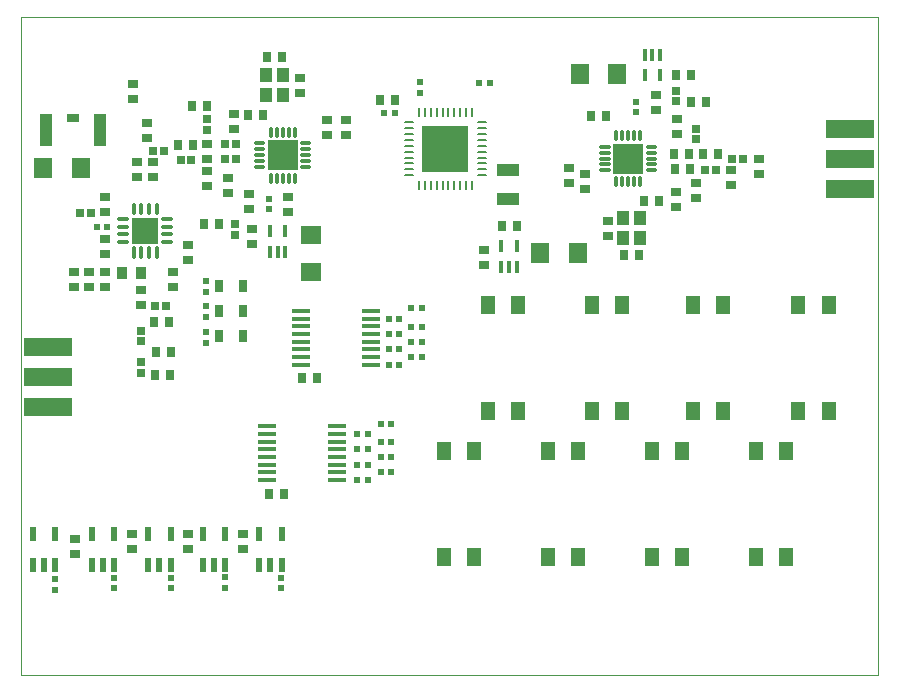
<source format=gtp>
G75*
G70*
%OFA0B0*%
%FSLAX24Y24*%
%IPPOS*%
%LPD*%
%AMOC8*
5,1,8,0,0,1.08239X$1,22.5*
%
%ADD10C,0.0000*%
%ADD11R,0.1575X0.1575*%
%ADD12C,0.0080*%
%ADD13C,0.0118*%
%ADD14R,0.0984X0.0984*%
%ADD15R,0.0157X0.0394*%
%ADD16R,0.0370X0.0250*%
%ADD17R,0.0250X0.0370*%
%ADD18R,0.0276X0.0256*%
%ADD19R,0.0600X0.0700*%
%ADD20R,0.0700X0.0600*%
%ADD21R,0.0236X0.0236*%
%ADD22R,0.0394X0.0472*%
%ADD23R,0.0256X0.0276*%
%ADD24R,0.1600X0.0600*%
%ADD25C,0.0138*%
%ADD26R,0.0886X0.0886*%
%ADD27R,0.0394X0.1102*%
%ADD28R,0.0394X0.0315*%
%ADD29R,0.0374X0.0394*%
%ADD30R,0.0630X0.0157*%
%ADD31R,0.0748X0.0433*%
%ADD32R,0.0315X0.0394*%
%ADD33R,0.0217X0.0472*%
%ADD34R,0.0512X0.0591*%
D10*
X000508Y000468D02*
X000508Y022398D01*
X029060Y022398D01*
X029060Y000468D01*
X000508Y000468D01*
D11*
X014643Y017997D03*
D12*
X015730Y018095D02*
X016000Y018095D01*
X016000Y018292D02*
X015730Y018292D01*
X015730Y018489D02*
X016000Y018489D01*
X016000Y018686D02*
X015730Y018686D01*
X015730Y018882D02*
X016000Y018882D01*
X015529Y019084D02*
X015529Y019354D01*
X015332Y019354D02*
X015332Y019084D01*
X015135Y019084D02*
X015135Y019354D01*
X014938Y019354D02*
X014938Y019084D01*
X014741Y019084D02*
X014741Y019354D01*
X014544Y019354D02*
X014544Y019084D01*
X014348Y019084D02*
X014348Y019354D01*
X014151Y019354D02*
X014151Y019084D01*
X013954Y019084D02*
X013954Y019354D01*
X013757Y019354D02*
X013757Y019084D01*
X013556Y018882D02*
X013286Y018882D01*
X013286Y018686D02*
X013556Y018686D01*
X013556Y018489D02*
X013286Y018489D01*
X013286Y018292D02*
X013556Y018292D01*
X013556Y018095D02*
X013286Y018095D01*
X013286Y017898D02*
X013556Y017898D01*
X013556Y017701D02*
X013286Y017701D01*
X013286Y017504D02*
X013556Y017504D01*
X013556Y017308D02*
X013286Y017308D01*
X013286Y017111D02*
X013556Y017111D01*
X013757Y016909D02*
X013757Y016639D01*
X013954Y016639D02*
X013954Y016909D01*
X014151Y016909D02*
X014151Y016639D01*
X014348Y016639D02*
X014348Y016909D01*
X014544Y016909D02*
X014544Y016639D01*
X014741Y016639D02*
X014741Y016909D01*
X014938Y016909D02*
X014938Y016639D01*
X015135Y016639D02*
X015135Y016909D01*
X015332Y016909D02*
X015332Y016639D01*
X015529Y016639D02*
X015529Y016909D01*
X015730Y017111D02*
X016000Y017111D01*
X016000Y017308D02*
X015730Y017308D01*
X015730Y017504D02*
X016000Y017504D01*
X016000Y017701D02*
X015730Y017701D01*
X015730Y017898D02*
X016000Y017898D01*
D13*
X019843Y017865D02*
X020079Y017865D01*
X020079Y018061D02*
X019843Y018061D01*
X019843Y017668D02*
X020079Y017668D01*
X020079Y017471D02*
X019843Y017471D01*
X019843Y017274D02*
X020079Y017274D01*
X020335Y017018D02*
X020335Y016782D01*
X020531Y016782D02*
X020531Y017018D01*
X020728Y017018D02*
X020728Y016782D01*
X020925Y016782D02*
X020925Y017018D01*
X021122Y017018D02*
X021122Y016782D01*
X021378Y017274D02*
X021614Y017274D01*
X021614Y017471D02*
X021378Y017471D01*
X021378Y017668D02*
X021614Y017668D01*
X021614Y017865D02*
X021378Y017865D01*
X021378Y018061D02*
X021614Y018061D01*
X021122Y018317D02*
X021122Y018553D01*
X020925Y018553D02*
X020925Y018317D01*
X020728Y018317D02*
X020728Y018553D01*
X020531Y018553D02*
X020531Y018317D01*
X020335Y018317D02*
X020335Y018553D01*
X010110Y018171D02*
X009874Y018171D01*
X009874Y017974D02*
X010110Y017974D01*
X010110Y017778D02*
X009874Y017778D01*
X009874Y017581D02*
X010110Y017581D01*
X010110Y017384D02*
X009874Y017384D01*
X009618Y017128D02*
X009618Y016892D01*
X009422Y016892D02*
X009422Y017128D01*
X009225Y017128D02*
X009225Y016892D01*
X009028Y016892D02*
X009028Y017128D01*
X008831Y017128D02*
X008831Y016892D01*
X008575Y017384D02*
X008339Y017384D01*
X008339Y017581D02*
X008575Y017581D01*
X008575Y017778D02*
X008339Y017778D01*
X008339Y017974D02*
X008575Y017974D01*
X008575Y018171D02*
X008339Y018171D01*
X008831Y018427D02*
X008831Y018663D01*
X009028Y018663D02*
X009028Y018427D01*
X009225Y018427D02*
X009225Y018663D01*
X009422Y018663D02*
X009422Y018427D01*
X009618Y018427D02*
X009618Y018663D01*
D14*
X009225Y017778D03*
X020728Y017668D03*
D15*
X021281Y020437D03*
X021792Y020437D03*
X021792Y021126D03*
X021537Y021126D03*
X021281Y021126D03*
X017019Y014745D03*
X016508Y014745D03*
X016508Y014056D03*
X016763Y014056D03*
X017019Y014056D03*
X009308Y014568D03*
X009052Y014568D03*
X008797Y014568D03*
X008797Y015257D03*
X009308Y015257D03*
D16*
X009378Y015898D03*
X009378Y016398D03*
X008088Y016498D03*
X008088Y015998D03*
X008208Y015318D03*
X008208Y014818D03*
X007408Y016518D03*
X006698Y016738D03*
X006698Y017238D03*
X006708Y017658D03*
X006708Y018158D03*
X007608Y018658D03*
X007608Y019158D03*
X009808Y019858D03*
X009808Y020358D03*
X010688Y018938D03*
X010688Y018438D03*
X011328Y018438D03*
X011328Y018938D03*
X007408Y017018D03*
X004908Y017058D03*
X004908Y017558D03*
X004348Y017558D03*
X004348Y017058D03*
X003288Y016378D03*
X003288Y015878D03*
X003308Y014998D03*
X003308Y014498D03*
X003288Y013878D03*
X003288Y013378D03*
X002768Y013378D03*
X002768Y013878D03*
X002248Y013878D03*
X002248Y013378D03*
X004508Y013278D03*
X004508Y012778D03*
X005568Y013378D03*
X005568Y013878D03*
X006068Y014298D03*
X006068Y014798D03*
X004678Y018348D03*
X004678Y018848D03*
X004228Y019658D03*
X004228Y020158D03*
X015928Y014618D03*
X015928Y014118D03*
X018768Y016838D03*
X018768Y017338D03*
X019288Y017138D03*
X019288Y016638D03*
X020058Y015598D03*
X020058Y015098D03*
X022328Y016038D03*
X022328Y016538D03*
X022985Y016366D03*
X022985Y016866D03*
X024158Y016778D03*
X024158Y017278D03*
X025078Y017138D03*
X025078Y017638D03*
X022368Y018478D03*
X022368Y018978D03*
X021668Y019288D03*
X021668Y019788D03*
X007878Y005158D03*
X007878Y004658D03*
X006048Y004658D03*
X006048Y005158D03*
X004188Y005158D03*
X004188Y004658D03*
X002298Y004498D03*
X002298Y004998D03*
D17*
X008748Y006488D03*
X009248Y006488D03*
X009868Y010368D03*
X010368Y010368D03*
X005458Y010468D03*
X004958Y010468D03*
X004978Y011228D03*
X005478Y011228D03*
X005438Y012228D03*
X004938Y012228D03*
X006598Y015488D03*
X007098Y015488D03*
X006218Y018128D03*
X005718Y018128D03*
X006198Y019418D03*
X006698Y019418D03*
X008058Y019128D03*
X008558Y019128D03*
X008678Y021048D03*
X009178Y021048D03*
X012458Y019608D03*
X012958Y019608D03*
X016518Y015408D03*
X017018Y015408D03*
X020608Y014448D03*
X021108Y014448D03*
X021258Y016258D03*
X021758Y016258D03*
X022282Y017309D03*
X022782Y017309D03*
X022774Y017821D03*
X022274Y017821D03*
X023214Y017817D03*
X023714Y017817D03*
X023318Y019558D03*
X022818Y019558D03*
X022838Y020448D03*
X022338Y020448D03*
X019978Y019088D03*
X019478Y019088D03*
D18*
X022338Y019571D03*
X022338Y019925D03*
X022989Y018667D03*
X022989Y018313D03*
X007628Y015485D03*
X007628Y015131D03*
X004508Y011925D03*
X004508Y011571D03*
X004508Y010885D03*
X004508Y010531D03*
X006688Y018621D03*
X006688Y018975D03*
D19*
X002493Y017348D03*
X001243Y017348D03*
X017802Y014510D03*
X019052Y014510D03*
X019121Y020479D03*
X020371Y020479D03*
D20*
X010148Y015131D03*
X010148Y013881D03*
D21*
X008748Y015971D03*
X008748Y016325D03*
X006668Y013585D03*
X006668Y013231D03*
X006668Y012745D03*
X006668Y012391D03*
X006648Y011885D03*
X006648Y011531D03*
X003366Y015388D03*
X003011Y015388D03*
X011691Y008488D03*
X012046Y008488D03*
X012486Y008228D03*
X012841Y008228D03*
X012841Y007723D03*
X012486Y007723D03*
X012046Y007973D03*
X011691Y007973D03*
X011691Y007463D03*
X012046Y007463D03*
X012486Y007208D03*
X012841Y007208D03*
X012046Y006953D03*
X011691Y006953D03*
X012486Y008818D03*
X012841Y008818D03*
X012751Y010798D03*
X013106Y010798D03*
X013491Y011053D03*
X013846Y011053D03*
X013846Y011558D03*
X013491Y011558D03*
X013106Y011303D03*
X012751Y011303D03*
X012751Y011818D03*
X013106Y011818D03*
X013491Y012068D03*
X013846Y012068D03*
X013106Y012328D03*
X012751Y012328D03*
X013491Y012688D03*
X013846Y012688D03*
X012946Y019188D03*
X012591Y019188D03*
X013808Y019851D03*
X013808Y020205D03*
X015771Y020188D03*
X016126Y020188D03*
X020988Y019565D03*
X020988Y019211D03*
X009168Y003695D03*
X009168Y003341D03*
X007308Y003351D03*
X007308Y003705D03*
X005488Y003695D03*
X005488Y003341D03*
X003598Y003341D03*
X003598Y003695D03*
X001628Y003645D03*
X001628Y003291D03*
D22*
X020570Y015024D03*
X021121Y015024D03*
X021121Y015694D03*
X020570Y015694D03*
X009229Y019771D03*
X008677Y019771D03*
X008677Y020441D03*
X009229Y020441D03*
D23*
X007646Y018148D03*
X007291Y018148D03*
X007291Y017668D03*
X007646Y017668D03*
X006176Y017628D03*
X005821Y017628D03*
X005256Y017918D03*
X004901Y017918D03*
X002826Y015868D03*
X002471Y015868D03*
X004971Y012768D03*
X005326Y012768D03*
X023310Y017270D03*
X023664Y017270D03*
X024201Y017648D03*
X024556Y017648D03*
D24*
X028133Y017643D03*
X028133Y016643D03*
X028133Y018643D03*
X001408Y011388D03*
X001408Y010388D03*
X001408Y009388D03*
D25*
X004244Y014402D02*
X004244Y014676D01*
X004500Y014676D02*
X004500Y014402D01*
X004756Y014402D02*
X004756Y014676D01*
X005012Y014676D02*
X005012Y014402D01*
X005220Y014884D02*
X005494Y014884D01*
X005494Y015140D02*
X005220Y015140D01*
X005220Y015396D02*
X005494Y015396D01*
X005494Y015652D02*
X005220Y015652D01*
X005012Y015859D02*
X005012Y016133D01*
X004756Y016133D02*
X004756Y015859D01*
X004500Y015859D02*
X004500Y016133D01*
X004244Y016133D02*
X004244Y015859D01*
X004037Y015652D02*
X003763Y015652D01*
X003763Y015396D02*
X004037Y015396D01*
X004037Y015140D02*
X003763Y015140D01*
X003763Y014884D02*
X004037Y014884D01*
D26*
X004628Y015268D03*
D27*
X003125Y018621D03*
X001322Y018621D03*
D28*
X002224Y019014D03*
D29*
X003873Y013868D03*
X004503Y013868D03*
D30*
X009828Y012583D03*
X009828Y012327D03*
X009828Y012071D03*
X009828Y011815D03*
X009828Y011559D03*
X009828Y011304D03*
X009828Y011048D03*
X009828Y010792D03*
X012150Y010792D03*
X012150Y011048D03*
X012150Y011304D03*
X012150Y011559D03*
X012150Y011815D03*
X012150Y012071D03*
X012150Y012327D03*
X012150Y012583D03*
X011020Y008743D03*
X011020Y008487D03*
X011020Y008231D03*
X011020Y007975D03*
X011020Y007719D03*
X011020Y007464D03*
X011020Y007208D03*
X011020Y006952D03*
X008698Y006952D03*
X008698Y007208D03*
X008698Y007464D03*
X008698Y007719D03*
X008698Y007975D03*
X008698Y008231D03*
X008698Y008487D03*
X008698Y008743D03*
D31*
X016728Y016316D03*
X016728Y017300D03*
D32*
X007882Y013428D03*
X007095Y013428D03*
X007095Y012588D03*
X007882Y012588D03*
X007882Y011748D03*
X007095Y011748D03*
D33*
X007302Y005160D03*
X006554Y005160D03*
X005482Y005140D03*
X004734Y005140D03*
X003602Y005140D03*
X002854Y005140D03*
X001642Y005140D03*
X000894Y005140D03*
X000894Y004116D03*
X001268Y004116D03*
X001642Y004116D03*
X002854Y004116D03*
X003228Y004116D03*
X003602Y004116D03*
X004734Y004116D03*
X005108Y004116D03*
X005482Y004116D03*
X006554Y004136D03*
X006928Y004136D03*
X007302Y004136D03*
X008434Y004136D03*
X008808Y004136D03*
X009182Y004136D03*
X009182Y005160D03*
X008434Y005160D03*
D34*
X014584Y004374D03*
X015593Y004376D03*
X018044Y004374D03*
X019053Y004376D03*
X021524Y004374D03*
X022533Y004376D03*
X024984Y004374D03*
X025993Y004376D03*
X026000Y007915D03*
X024984Y007917D03*
X023893Y009256D03*
X022884Y009254D03*
X022540Y007915D03*
X021524Y007917D03*
X020533Y009256D03*
X019524Y009254D03*
X019060Y007915D03*
X018044Y007917D03*
X017053Y009256D03*
X016044Y009254D03*
X015600Y007915D03*
X014584Y007917D03*
X016044Y012797D03*
X017060Y012795D03*
X019524Y012797D03*
X020540Y012795D03*
X022884Y012797D03*
X023900Y012795D03*
X026404Y012797D03*
X027420Y012795D03*
X027413Y009256D03*
X026404Y009254D03*
M02*

</source>
